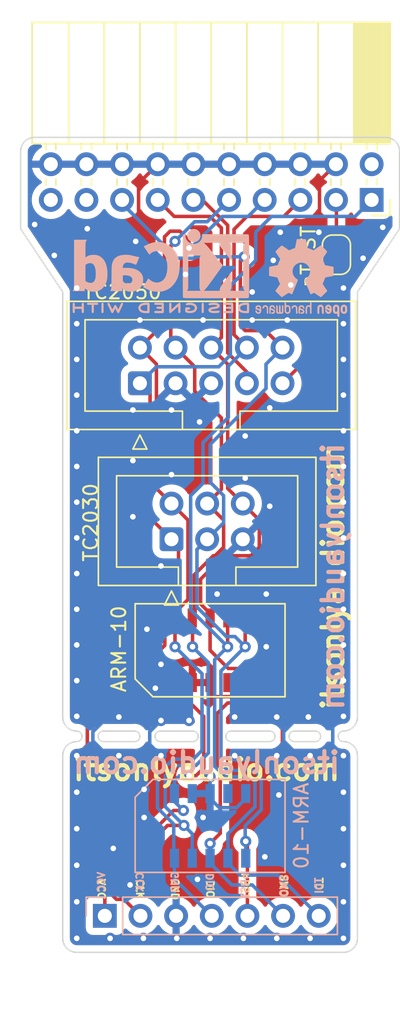
<source format=kicad_pcb>
(kicad_pcb (version 20201002) (generator pcbnew)
  (layers (0 "F.Cu" signal) (31 "B.Cu" signal) (34 "B.Paste" user) (35 "F.Paste" user) (36 "B.SilkS" user "B.Silkscreen") (37 "F.SilkS" user "F.Silkscreen") (38 "B.Mask" user) (39 "F.Mask" user) (44 "Edge.Cuts" user))
  (net 0 "")
  (net 1 "/nRESET")
  (net 2 "Net-(J1-Pad9)")
  (net 3 "/TDI")
  (net 4 "/RTCK")
  (net 5 "/SWO-TDO")
  (net 6 "/SWCLK-TCLK")
  (net 7 "/SWDIO-TMS")
  (net 8 "GND")
  (net 9 "Net-(J2-Pad19)")
  (net 10 "/VCC")
  (net 11 "Net-(J3-Pad7)")
  (net 12 "Net-(J2-Pad17)")
  (net 13 "/nTRST")
  (net 14 "Net-(J2-Pad2)")
  (net 15 "Net-(J4-Pad7)")
  (module "Connector_PinSocket_2.54mm:PinSocket_2x10_P2.54mm_Horizontal" (layer "F.Cu") (at 189.92 70.59 -90)
    (fp_text reference "J2" hide)
    (fp_text value "Conn_02x10_Odd_Even")
    (pad "1" thru_hole rect (at 0 0 270) (size 1.7 1.7) (drill 1) (layers *.Cu *.Mask) (net 10 "/VCC"))
    (pad "2" thru_hole oval (at -2.54 0 270) (size 1.7 1.7) (drill 1) (layers *.Cu *.Mask) (net 14 "Net-(J2-Pad2)"))
    (pad "3" thru_hole oval (at 0 2.54 270) (size 1.7 1.7) (drill 1) (layers *.Cu *.Mask) (net 13 "/nTRST"))
    (pad "4" thru_hole oval (at -2.54 2.54 270) (size 1.7 1.7) (drill 1) (layers *.Cu *.Mask) (net 8 "GND"))
    (pad "5" thru_hole oval (at 0 5.08 270) (size 1.7 1.7) (drill 1) (layers *.Cu *.Mask) (net 3 "/TDI"))
    (pad "6" thru_hole oval (at -2.54 5.08 270) (size 1.7 1.7) (drill 1) (layers *.Cu *.Mask) (net 8 "GND"))
    (pad "7" thru_hole oval (at 0 7.62 270) (size 1.7 1.7) (drill 1) (layers *.Cu *.Mask) (net 7 "/SWDIO-TMS"))
    (pad "8" thru_hole oval (at -2.54 7.62 270) (size 1.7 1.7) (drill 1) (layers *.Cu *.Mask) (net 8 "GND"))
    (pad "9" thru_hole oval (at 0 10.16 270) (size 1.7 1.7) (drill 1) (layers *.Cu *.Mask) (net 6 "/SWCLK-TCLK"))
    (pad "10" thru_hole oval (at -2.54 10.16 270) (size 1.7 1.7) (drill 1) (layers *.Cu *.Mask) (net 8 "GND"))
    (pad "11" thru_hole oval (at 0 12.7 270) (size 1.7 1.7) (drill 1) (layers *.Cu *.Mask) (net 4 "/RTCK"))
    (pad "12" thru_hole oval (at -2.54 12.7 270) (size 1.7 1.7) (drill 1) (layers *.Cu *.Mask) (net 8 "GND"))
    (pad "13" thru_hole oval (at 0 15.24 270) (size 1.7 1.7) (drill 1) (layers *.Cu *.Mask) (net 5 "/SWO-TDO"))
    (pad "14" thru_hole oval (at -2.54 15.24 270) (size 1.7 1.7) (drill 1) (layers *.Cu *.Mask) (net 8 "GND"))
    (pad "15" thru_hole oval (at 0 17.78 270) (size 1.7 1.7) (drill 1) (layers *.Cu *.Mask) (net 1 "/nRESET"))
    (pad "16" thru_hole oval (at -2.54 17.78 270) (size 1.7 1.7) (drill 1) (layers *.Cu *.Mask) (net 8 "GND"))
    (pad "17" thru_hole oval (at 0 20.32 270) (size 1.7 1.7) (drill 1) (layers *.Cu *.Mask) (net 12 "Net-(J2-Pad17)"))
    (pad "18" thru_hole oval (at -2.54 20.32 270) (size 1.7 1.7) (drill 1) (layers *.Cu *.Mask) (net 8 "GND"))
    (pad "19" thru_hole oval (at 0 22.86 270) (size 1.7 1.7) (drill 1) (layers *.Cu *.Mask) (net 9 "Net-(J2-Pad19)"))
    (pad "20" thru_hole oval (at -2.54 22.86 270) (size 1.7 1.7) (drill 1) (layers *.Cu *.Mask) (net 8 "GND"))
  )
  (module "Jumper:SolderJumper-2_P1.3mm_Open_RoundedPad1.0x1.5mm" (layer "F.Cu") (at 187.41 74.49 -90)
    (fp_text reference "JP2" hide)
    (fp_text value "SolderJumper_2_Open")
    (pad "1" smd custom (at -0.65 0 270) (size 1 0.5) (layers "F.Cu" "F.Mask") (net 13 "/nTRST") (options (clearance outline) (anchor rect)) (primitives (gr_circle (center 0 0.25) (end 0.5 0.25) (width 0)) (gr_circle (center 0 -0.25) (end 0.5 -0.25) (width 0)) (gr_poly (pts (xy 0 -0.75) (xy 0.5 -0.75) (xy 0.5 0.75) (xy 0 0.75)) (width 0))))
    (pad "2" smd custom (at 0.65 0 270) (size 1 0.5) (layers "F.Cu" "F.Mask") (net 2 "Net-(J1-Pad9)") (options (clearance outline) (anchor rect)) (primitives (gr_circle (center 0 0.25) (end 0.5 0.25) (width 0)) (gr_circle (center 0 -0.25) (end 0.5 -0.25) (width 0)) (gr_poly (pts (xy 0 -0.75) (xy -0.5 -0.75) (xy -0.5 0.75) (xy 0 0.75)) (width 0))))
  )
  (module "Connector_IDC:IDC-Header_2x05_P2.54mm_Vertical" (layer "F.Cu") (at 173.41 83.64 90)
    (fp_text reference "J1" hide)
    (fp_text value "Conn_02x05_Odd_Even")
    (pad "1" thru_hole roundrect (at 0 0 90) (size 1.7 1.7) (drill 1) (layers *.Cu *.Mask) (roundrect_rratio 0.1470588235294118) (net 10 "/VCC"))
    (pad "2" thru_hole circle (at 2.54 0 90) (size 1.7 1.7) (drill 1) (layers *.Cu *.Mask) (net 7 "/SWDIO-TMS"))
    (pad "3" thru_hole circle (at 0 2.54 90) (size 1.7 1.7) (drill 1) (layers *.Cu *.Mask) (net 8 "GND"))
    (pad "4" thru_hole circle (at 2.54 2.54 90) (size 1.7 1.7) (drill 1) (layers *.Cu *.Mask) (net 6 "/SWCLK-TCLK"))
    (pad "5" thru_hole circle (at 0 5.08 90) (size 1.7 1.7) (drill 1) (layers *.Cu *.Mask) (net 8 "GND"))
    (pad "6" thru_hole circle (at 2.54 5.08 90) (size 1.7 1.7) (drill 1) (layers *.Cu *.Mask) (net 5 "/SWO-TDO"))
    (pad "7" thru_hole circle (at 0 7.62 90) (size 1.7 1.7) (drill 1) (layers *.Cu *.Mask) (net 4 "/RTCK"))
    (pad "8" thru_hole circle (at 2.54 7.62 90) (size 1.7 1.7) (drill 1) (layers *.Cu *.Mask) (net 3 "/TDI"))
    (pad "9" thru_hole circle (at 0 10.16 90) (size 1.7 1.7) (drill 1) (layers *.Cu *.Mask) (net 2 "Net-(J1-Pad9)"))
    (pad "10" thru_hole circle (at 2.54 10.16 90) (size 1.7 1.7) (drill 1) (layers *.Cu *.Mask) (net 1 "/nRESET"))
  )
  (module "tc2050-arm2010:Samtec_MECF-05-02-NP-L-DV_2x05_P1.27mm_Socket_Horizontal" (layer "F.Cu") (at 178.41 102.64)
    (fp_text reference "J3" hide)
    (fp_text value "Conn_ARM_JTAG_SWD_10")
    (pad "1" smd rect (at -2.54 2.3) (size 0.66 1.35) (layers "F.Cu" "F.Paste" "F.Mask") (net 10 "/VCC"))
    (pad "2" smd rect (at -2.54 -2.3) (size 0.66 1.35) (layers "F.Cu" "F.Paste" "F.Mask") (net 7 "/SWDIO-TMS"))
    (pad "3" smd rect (at -1.27 2.3) (size 0.66 1.35) (layers "F.Cu" "F.Paste" "F.Mask") (net 8 "GND"))
    (pad "4" smd rect (at -1.27 -2.3) (size 0.66 1.35) (layers "F.Cu" "F.Paste" "F.Mask") (net 6 "/SWCLK-TCLK"))
    (pad "5" smd rect (at 0 2.3) (size 0.66 1.35) (layers "F.Cu" "F.Paste" "F.Mask") (net 8 "GND"))
    (pad "6" smd rect (at 0 -2.3) (size 0.66 1.35) (layers "F.Cu" "F.Paste" "F.Mask") (net 5 "/SWO-TDO"))
    (pad "7" smd rect (at 1.27 2.3) (size 0.66 1.35) (layers "F.Cu" "F.Paste" "F.Mask") (net 11 "Net-(J3-Pad7)"))
    (pad "8" smd rect (at 1.27 -2.3) (size 0.66 1.35) (layers "F.Cu" "F.Paste" "F.Mask") (net 3 "/TDI"))
    (pad "9" smd rect (at 2.54 2.3) (size 0.66 1.35) (layers "F.Cu" "F.Paste" "F.Mask") (net 8 "GND"))
    (pad "10" smd rect (at 2.54 -2.3) (size 0.66 1.35) (layers "F.Cu" "F.Paste" "F.Mask") (net 1 "/nRESET"))
  )
  (module "Connector_IDC:IDC-Header_2x03_P2.54mm_Vertical" (layer "F.Cu") (at 175.66 94.74 90)
    (fp_text reference "J5" hide)
    (fp_text value "Conn_02x03_Odd_Even")
    (pad "1" thru_hole roundrect (at 0 0 90) (size 1.7 1.7) (drill 1) (layers *.Cu *.Mask) (roundrect_rratio 0.1470588235294118) (net 10 "/VCC"))
    (pad "2" thru_hole circle (at 2.54 0 90) (size 1.7 1.7) (drill 1) (layers *.Cu *.Mask) (net 7 "/SWDIO-TMS"))
    (pad "3" thru_hole circle (at 0 2.54 90) (size 1.7 1.7) (drill 1) (layers *.Cu *.Mask) (net 1 "/nRESET"))
    (pad "4" thru_hole circle (at 2.54 2.54 90) (size 1.7 1.7) (drill 1) (layers *.Cu *.Mask) (net 6 "/SWCLK-TCLK"))
    (pad "5" thru_hole circle (at 0 5.08 90) (size 1.7 1.7) (drill 1) (layers *.Cu *.Mask) (net 8 "GND"))
    (pad "6" thru_hole circle (at 2.54 5.08 90) (size 1.7 1.7) (drill 1) (layers *.Cu *.Mask) (net 5 "/SWO-TDO"))
  )
  (module "Symbol:KiCad-Logo2_5mm_SilkScreen" (layer "B.Cu") (at 174.91 75.64 180)
    (fp_text reference "N1" hide)
    (fp_text value "Housing" hide)
  )
  (module "tc2050-arm2010:Samtec_MECF-05-02-NP-L-DV_2x05_P1.27mm_Socket_Horizontal" (layer "B.Cu") (at 178.41 115.14)
    (fp_text reference "J4" hide)
    (fp_text value "Conn_ARM_JTAG_SWD_10")
    (pad "1" smd rect (at -2.54 -2.3) (size 0.66 1.35) (layers "B.Cu" "B.Paste" "B.Mask") (net 10 "/VCC"))
    (pad "2" smd rect (at -2.54 2.3) (size 0.66 1.35) (layers "B.Cu" "B.Paste" "B.Mask") (net 7 "/SWDIO-TMS"))
    (pad "3" smd rect (at -1.27 -2.3) (size 0.66 1.35) (layers "B.Cu" "B.Paste" "B.Mask") (net 8 "GND"))
    (pad "4" smd rect (at -1.27 2.3) (size 0.66 1.35) (layers "B.Cu" "B.Paste" "B.Mask") (net 6 "/SWCLK-TCLK"))
    (pad "5" smd rect (at 0 -2.3) (size 0.66 1.35) (layers "B.Cu" "B.Paste" "B.Mask") (net 8 "GND"))
    (pad "6" smd rect (at 0 2.3) (size 0.66 1.35) (layers "B.Cu" "B.Paste" "B.Mask") (net 5 "/SWO-TDO"))
    (pad "7" smd rect (at 1.27 -2.3) (size 0.66 1.35) (layers "B.Cu" "B.Paste" "B.Mask") (net 15 "Net-(J4-Pad7)"))
    (pad "8" smd rect (at 1.27 2.3) (size 0.66 1.35) (layers "B.Cu" "B.Paste" "B.Mask") (net 3 "/TDI"))
    (pad "9" smd rect (at 2.54 -2.3) (size 0.66 1.35) (layers "B.Cu" "B.Paste" "B.Mask") (net 8 "GND"))
    (pad "10" smd rect (at 2.54 2.3) (size 0.66 1.35) (layers "B.Cu" "B.Paste" "B.Mask") (net 1 "/nRESET"))
  )
  (module "Connector_PinHeader_2.54mm:PinHeader_1x07_P2.54mm_Vertical" (layer "B.Cu") (at 170.91 121.54 -90)
    (fp_text reference "J6" hide)
    (fp_text value "Conn_01x07_Female")
    (pad "1" thru_hole rect (at 0 0 270) (size 1.7 1.7) (drill 1) (layers *.Cu *.Mask) (net 10 "/VCC"))
    (pad "2" thru_hole oval (at 0 -2.54 270) (size 1.7 1.7) (drill 1) (layers *.Cu *.Mask) (net 6 "/SWCLK-TCLK"))
    (pad "3" thru_hole oval (at 0 -5.08 270) (size 1.7 1.7) (drill 1) (layers *.Cu *.Mask) (net 8 "GND"))
    (pad "4" thru_hole oval (at 0 -7.62 270) (size 1.7 1.7) (drill 1) (layers *.Cu *.Mask) (net 7 "/SWDIO-TMS"))
    (pad "5" thru_hole oval (at 0 -10.16 270) (size 1.7 1.7) (drill 1) (layers *.Cu *.Mask) (net 1 "/nRESET"))
    (pad "6" thru_hole oval (at 0 -12.7 270) (size 1.7 1.7) (drill 1) (layers *.Cu *.Mask) (net 5 "/SWO-TDO"))
    (pad "7" thru_hole oval (at 0 -15.24 270) (size 1.7 1.7) (drill 1) (layers *.Cu *.Mask) (net 3 "/TDI"))
  )
  (module "Symbol:OSHW-Logo2_7.3x6mm_SilkScreen" (layer "B.Cu") (at 184.91 76.14 180)
    (fp_text reference "LOGO1" hide)
    (fp_text value "Logo_Open_Hardware_Small" hide)
  )
  (gr_line (start 187.91 124.14) (end 168.91 124.14) (layer "Edge.Cuts") (width 0.1))
  (gr_line (start 167.91 77.14) (end 167.91 107.39) (layer "Edge.Cuts") (width 0.1))
  (gr_arc (start 168.911871 108.765) (end 168.91 108.39) (angle 180.5717307) (layer "Edge.Cuts") (width 0.1))
  (gr_arc (start 177.183483 108.765) (end 177.16 108.39) (angle 187.1665183) (layer "Edge.Cuts") (width 0.1))
  (gr_line (start 167.91 110.14) (end 167.91 123.14) (layer "Edge.Cuts") (width 0.1))
  (gr_arc (start 173.031276 108.765) (end 173.01 108.39) (angle 186.4945041) (layer "Edge.Cuts") (width 0.1))
  (gr_line (start 164.91 67.14) (end 164.91 72.64) (layer "Edge.Cuts") (width 0.1))
  (gr_arc (start 174.86 108.765002) (end 174.861876 109.14) (angle 180) (layer "Edge.Cuts") (width 0.1))
  (gr_line (start 184.41 108.39) (end 185.911878 108.39) (layer "Edge.Cuts") (width 0.1))
  (gr_line (start 188.91 107.39) (end 188.91 77.14) (layer "Edge.Cuts") (width 0.1))
  (gr_arc (start 168.91 110.14) (end 167.91 110.14) (angle 90) (layer "Edge.Cuts") (width 0.1))
  (gr_arc (start 182.658117 108.765) (end 182.66 108.39) (angle 179.4246024) (layer "Edge.Cuts") (width 0.1))
  (gr_line (start 190.91 66.14) (end 165.91 66.14) (layer "Edge.Cuts") (width 0.1))
  (gr_line (start 170.81 108.39) (end 173.006248 108.390002) (layer "Edge.Cuts") (width 0.1))
  (gr_line (start 174.86 108.39) (end 177.158124 108.390002) (layer "Edge.Cuts") (width 0.1))
  (gr_line (start 184.411883 109.14) (end 185.91 109.139998) (layer "Edge.Cuts") (width 0.1))
  (gr_arc (start 179.906244 108.764993) (end 179.908124 109.140002) (angle 180.8610996) (layer "Edge.Cuts") (width 0.1))
  (gr_arc (start 187.91 123.14) (end 188.91 123.14) (angle 90) (layer "Edge.Cuts") (width 0.1))
  (gr_arc (start 187.91 107.39) (end 187.91 108.39) (angle -90) (layer "Edge.Cuts") (width 0.1))
  (gr_line (start 191.91 72.64) (end 188.91 77.14) (layer "Edge.Cuts") (width 0.1))
  (gr_line (start 179.908124 108.390002) (end 182.656248 108.390004) (layer "Edge.Cuts") (width 0.1))
  (gr_arc (start 165.91 67.14) (end 164.91 67.14) (angle 90) (layer "Edge.Cuts") (width 0.1))
  (gr_line (start 179.908124 109.140002) (end 182.656248 109.140004) (layer "Edge.Cuts") (width 0.1))
  (gr_arc (start 185.91 108.765) (end 185.911878 108.39) (angle 179.4261303) (layer "Edge.Cuts") (width 0.1))
  (gr_arc (start 170.810027 108.765439) (end 170.835712 109.14) (angle 183.9187168) (layer "Edge.Cuts") (width 0.1))
  (gr_arc (start 184.41 108.765) (end 184.411883 109.14) (angle 180.5753976) (layer "Edge.Cuts") (width 0.1))
  (gr_line (start 174.861876 109.14) (end 177.158124 109.140002) (layer "Edge.Cuts") (width 0.1))
  (gr_line (start 191.91 67.14) (end 191.91 72.64) (layer "Edge.Cuts") (width 0.1))
  (gr_arc (start 190.91 67.14) (end 190.91 66.14) (angle 90) (layer "Edge.Cuts") (width 0.1))
  (gr_arc (start 187.91 110.14) (end 188.91 110.14) (angle -90) (layer "Edge.Cuts") (width 0.1))
  (gr_arc (start 168.91 123.14) (end 168.91 124.14) (angle 90) (layer "Edge.Cuts") (width 0.1))
  (gr_line (start 188.91 110.14) (end 188.91 123.14) (layer "Edge.Cuts") (width 0.1))
  (gr_line (start 170.835712 109.14) (end 173.008124 109.139998) (layer "Edge.Cuts") (width 0.1))
  (gr_arc (start 168.91 107.39) (end 168.91 108.39) (angle 90) (layer "Edge.Cuts") (width 0.1))
  (gr_line (start 164.91 72.64) (end 167.91 77.14) (layer "Edge.Cuts") (width 0.1))
  (gr_arc (start 187.911871 108.765) (end 187.91 109.14) (angle 179.4282693) (layer "Edge.Cuts") (width 0.1))
  (gr_text "ARM-10" (at 184.91 115.14 90) (layer "B.SilkS") (effects (font (size 1 1)) (justify mirror)))
  (gr_text "TDI" (at 186.16 119.39 90) (layer "B.SilkS") (effects (font (size 0.5 0.5) (thickness 0.125)) (justify mirror)))
  (gr_text "CLK" (at 173.41 119.14 90) (layer "B.SilkS") (effects (font (size 0.5 0.5) (thickness 0.125)) (justify mirror)))
  (gr_text "VCC" (at 170.66 119.14 90) (layer "B.SilkS") (effects (font (size 0.5 0.5) (thickness 0.125)) (justify mirror)))
  (gr_text "GND" (at 175.91 119.14 90) (layer "B.SilkS") (effects (font (size 0.5 0.5) (thickness 0.125)) (justify mirror)))
  (gr_text "itsonlyaudio.com" (at 187.16 97.39 90) (layer "B.SilkS") (effects (font (size 1.5 1.5) (thickness 0.3)) (justify mirror)))
  (gr_text "nRST" (at 180.91 119.39 90) (layer "B.SilkS") (effects (font (size 0.5 0.5) (thickness 0.125)) (justify mirror)))
  (gr_text "DIO" (at 178.41 119.14 90) (layer "B.SilkS") (effects (font (size 0.5 0.5) (thickness 0.125)) (justify mirror)))
  (gr_text "SWO" (at 183.66 119.39 90) (layer "B.SilkS") (effects (font (size 0.5 0.5) (thickness 0.125)) (justify mirror)))
  (gr_text "itsonlyaudio.com" (at 178.16 110.64) (layer "B.SilkS") (effects (font (size 1.5 1.5) (thickness 0.3)) (justify mirror)))
  (gr_text "GND" (at 175.91 119.64 270) (layer "F.SilkS") (effects (font (size 0.5 0.5) (thickness 0.125))))
  (gr_text "itsonlyaudio.com" (at 178.16 111.14) (layer "F.SilkS") (effects (font (size 1.5 1.5) (thickness 0.3))))
  (gr_text "TC2050" (at 172.16 77.14) (layer "F.SilkS") (effects (font (size 1 1))))
  (gr_text "ARM-10" (at 171.91 102.54 90) (layer "F.SilkS") (effects (font (size 1 1))))
  (gr_text "VCC" (at 170.66 119.640001 270) (layer "F.SilkS") (effects (font (size 0.5 0.5) (thickness 0.125))))
  (gr_text "CLK" (at 173.41 119.64 270) (layer "F.SilkS") (effects (font (size 0.5 0.5) (thickness 0.125))))
  (gr_text "SWO" (at 183.66 119.390001 270) (layer "F.SilkS") (effects (font (size 0.5 0.5) (thickness 0.125))))
  (gr_text "TC2030" (at 169.91 93.54 90) (layer "F.SilkS") (effects (font (size 1 1))))
  (gr_text "TDI" (at 186.16 119.39 270) (layer "F.SilkS") (effects (font (size 0.5 0.5) (thickness 0.125))))
  (gr_text "DIO" (at 178.41 119.640001 270) (layer "F.SilkS") (effects (font (size 0.5 0.5) (thickness 0.125))))
  (gr_text "itsonlyaudio.com" (at 187.16 97.39 90) (layer "F.SilkS") (effects (font (size 1.5 1.5) (thickness 0.3))))
  (gr_text "nTRST" (at 185.41 74.64 90) (layer "F.SilkS") (effects (font (size 1 1))))
  (gr_text "nRST" (at 180.91 119.39 270) (layer "F.SilkS") (effects (font (size 0.5 0.5) (thickness 0.125))))
  (segment (start 181.07 121.54) (end 181.07 116.357001) (width 0.25) (layer "F.Cu") (net 1))
  (segment (start 180.91 100.38) (end 180.95 100.34) (width 0.25) (layer "F.Cu") (net 1))
  (segment (start 182.36 79.89) (end 180.91 79.89) (width 0.25) (layer "F.Cu") (net 1))
  (segment (start 180.565021 79.545021) (end 180.565021 74.91499) (width 0.25) (layer "F.Cu") (net 1))
  (segment (start 180.91 79.89) (end 180.565021 79.545021) (width 0.25) (layer "F.Cu") (net 1))
  (segment (start 180.95 121.27) (end 181.07 121.39) (width 0.25) (layer "F.Cu") (net 1))
  (segment (start 180.91 102.39) (end 180.91 100.38) (width 0.25) (layer "F.Cu") (net 1))
  (segment (start 181.07 116.357001) (end 180.95 116.237001) (width 0.25) (layer "F.Cu") (net 1))
  (segment (start 183.57 81.1) (end 182.36 79.89) (width 0.25) (layer "F.Cu") (net 1))
  (segment (start 180.565021 74.91499) (end 180.840011 74.64) (width 0.25) (layer "F.Cu") (net 1))
  (via (at 180.91 102.39) (size 0.8) (drill 0.4) (layers "F.Cu" "B.Cu") (net 1))
  (via (at 180.840011 74.64) (size 0.8) (drill 0.4) (layers "F.Cu" "B.Cu") (net 1))
  (via (at 180.95 116.237001) (size 0.8) (drill 0.4) (layers "F.Cu" "B.Cu") (net 1))
  (segment (start 177.258001 74.740001) (end 176.036999 74.740001) (width 0.25) (layer "B.Cu") (net 1))
  (segment (start 172.14 70.843002) (end 172.14 70.59) (width 0.25) (layer "B.Cu") (net 1))
  (segment (start 177.475009 99.568599) (end 179.571409 101.664999) (width 0.25) (layer "B.Cu") (net 1))
  (segment (start 180.91 116.197001) (end 180.91 115.131991) (width 0.25) (layer "B.Cu") (net 1))
  (segment (start 180.95 117.44) (end 180.95 116.237001) (width 0.25) (layer "B.Cu") (net 1))
  (segment (start 182.05501 113.986981) (end 182.05501 111.718598) (width 0.25) (layer "B.Cu") (net 1))
  (segment (start 179.571409 101.664999) (end 180.184999 101.664999) (width 0.25) (layer "B.Cu") (net 1))
  (segment (start 179.185031 110.705619) (end 179.185031 104.114969) (width 0.25) (layer "B.Cu") (net 1))
  (segment (start 179.669402 111.18999) (end 179.185031 110.705619) (width 0.25) (layer "B.Cu") (net 1))
  (segment (start 178.41 87.999002) (end 182.394999 84.014003) (width 0.25) (layer "B.Cu") (net 1))
  (segment (start 179.185031 104.114969) (end 180.91 102.39) (width 0.25) (layer "B.Cu") (net 1))
  (segment (start 177.475009 95.464991) (end 177.475009 99.568599) (width 0.25) (layer "B.Cu") (net 1))
  (segment (start 178.2 94.74) (end 179.375001 93.564999) (width 0.25) (layer "B.Cu") (net 1))
  (segment (start 182.394999 84.014003) (end 182.394999 82.275001) (width 0.25) (layer "B.Cu") (net 1))
  (segment (start 181.526402 111.18999) (end 179.669402 111.18999) (width 0.25) (layer "B.Cu") (net 1))
  (segment (start 180.840011 74.64) (end 177.358002 74.64) (width 0.25) (layer "B.Cu") (net 1))
  (segment (start 176.036998 74.74) (end 172.14 70.843002) (width 0.25) (layer "B.Cu") (net 1))
  (segment (start 180.95 116.237001) (end 180.91 116.197001) (width 0.25) (layer "B.Cu") (net 1))
  (segment (start 177.358002 74.64) (end 177.258001 74.740001) (width 0.25) (layer "B.Cu") (net 1))
  (segment (start 178.2 94.74) (end 177.475009 95.464991) (width 0.25) (layer "B.Cu") (net 1))
  (segment (start 179.375001 91.635999) (end 178.41 90.670998) (width 0.25) (layer "B.Cu") (net 1))
  (segment (start 180.91 115.131991) (end 182.05501 113.986981) (width 0.25) (layer "B.Cu") (net 1))
  (segment (start 182.394999 82.275001) (end 183.57 81.1) (width 0.25) (layer "B.Cu") (net 1))
  (segment (start 180.184999 101.664999) (end 180.91 102.39) (width 0.25) (layer "B.Cu") (net 1))
  (segment (start 176.036999 74.740001) (end 172.14 70.843002) (width 0.25) (layer "B.Cu") (net 1))
  (segment (start 178.41 90.670998) (end 178.41 87.999002) (width 0.25) (layer "B.Cu") (net 1))
  (segment (start 179.375001 93.564999) (end 179.375001 91.635999) (width 0.25) (layer "B.Cu") (net 1))
  (segment (start 182.05501 111.718598) (end 181.526402 111.18999) (width 0.25) (layer "B.Cu") (net 1))
  (segment (start 183.57 83.64) (end 185.11 82.1) (width 0.25) (layer "F.Cu") (net 2))
  (segment (start 185.11 77.44) (end 187.41 75.14) (width 0.25) (layer "F.Cu") (net 2))
  (segment (start 185.11 82.1) (end 185.11 77.44) (width 0.25) (layer "F.Cu") (net 2))
  (segment (start 183.57 83.64) (end 183.57 83.68) (width 0.25) (layer "B.Cu") (net 2))
  (segment (start 179.66 100.36) (end 179.68 100.34) (width 0.25) (layer "F.Cu") (net 3))
  (segment (start 183.664999 71.765001) (end 184.84 70.59) (width 0.25) (layer "F.Cu") (net 3))
  (segment (start 181.03 81.1) (end 180.115011 80.185011) (width 0.25) (layer "F.Cu") (net 3))
  (segment (start 179.66 102.39) (end 179.66 100.36) (width 0.25) (layer "F.Cu") (net 3))
  (segment (start 181.034999 71.765001) (end 183.664999 71.765001) (width 0.25) (layer "F.Cu") (net 3))
  (segment (start 180.115011 72.684989) (end 181.034999 71.765001) (width 0.25) (layer "F.Cu") (net 3))
  (segment (start 180.115011 80.185011) (end 180.115011 72.684989) (width 0.25) (layer "F.Cu") (net 3))
  (via (at 179.66 102.39) (size 0.8) (drill 0.4) (layers "F.Cu" "B.Cu") (net 3))
  (segment (start 179.483002 111.64) (end 178.735021 110.892019) (width 0.25) (layer "B.Cu") (net 3))
  (segment (start 180.535 118.64) (end 183.25 118.64) (width 0.25) (layer "B.Cu") (net 3))
  (segment (start 178.735021 110.892019) (end 178.735021 103.314979) (width 0.25) (layer "B.Cu") (net 3))
  (segment (start 179.71 86.062592) (end 179.71 82.42) (width 0.25) (layer "B.Cu") (net 3))
  (segment (start 183.25 118.64) (end 186.15 121.54) (width 0.25) (layer "B.Cu") (net 3))
  (segment (start 181.605001 113.775001) (end 181.605001 111.904999) (width 0.25) (layer "B.Cu") (net 3))
  (segment (start 181.605001 111.904999) (end 181.340002 111.64) (width 0.25) (layer "B.Cu") (net 3))
  (segment (start 177.024999 91.635999) (end 177.91 90.750998) (width 0.25) (layer "B.Cu") (net 3))
  (segment (start 177.91 90.750998) (end 177.91 87.862592) (width 0.25) (layer "B.Cu") (net 3))
  (segment (start 179.66 102.39) (end 177.024999 99.754999) (width 0.25) (layer "B.Cu") (net 3))
  (segment (start 179.71 82.42) (end 181.03 81.1) (width 0.25) (layer "B.Cu") (net 3))
  (segment (start 178.735021 103.314979) (end 179.66 102.39) (width 0.25) (layer "B.Cu") (net 3))
  (segment (start 179.68 117.785) (end 180.535 118.64) (width 0.25) (layer "B.Cu") (net 3))
  (segment (start 177.91 87.862592) (end 179.71 86.062592) (width 0.25) (layer "B.Cu") (net 3))
  (segment (start 179.68 117.44) (end 179.68 115.700002) (width 0.25) (layer "B.Cu") (net 3))
  (segment (start 179.68 117.44) (end 179.68 117.785) (width 0.25) (layer "B.Cu") (net 3))
  (segment (start 179.68 115.700002) (end 181.605001 113.775001) (width 0.25) (layer "B.Cu") (net 3))
  (segment (start 177.024999 99.754999) (end 177.024999 91.635999) (width 0.25) (layer "B.Cu") (net 3))
  (segment (start 181.340002 111.64) (end 179.483002 111.64) (width 0.25) (layer "B.Cu") (net 3))
  (segment (start 181.03 82.839002) (end 179.665001 81.474003) (width 0.25) (layer "F.Cu") (net 4))
  (segment (start 181.03 83.64) (end 181.03 82.839002) (width 0.25) (layer "F.Cu") (net 4))
  (segment (start 179.665001 72.395001) (end 177.86 70.59) (width 0.25) (layer "F.Cu") (net 4))
  (segment (start 177.86 70.59) (end 177.22 70.59) (width 0.25) (layer "F.Cu") (net 4))
  (segment (start 179.665001 81.474003) (end 179.665001 72.395001) (width 0.25) (layer "F.Cu") (net 4))
  (segment (start 178.49 81.1) (end 179.214991 80.375009) (width 0.25) (layer "F.Cu") (net 5))
  (segment (start 181.540001 103.939999) (end 181.605001 104.004999) (width 0.25) (layer "F.Cu") (net 5))
  (segment (start 181.089991 106.390011) (end 179.659989 106.390011) (width 0.25) (layer "F.Cu") (net 5))
  (segment (start 178.41 100.34) (end 178.41 102.64) (width 0.25) (layer "F.Cu") (net 5))
  (segment (start 179.400411 95.915001) (end 181.304001 95.915001) (width 0.25) (layer "F.Cu") (net 5))
  (segment (start 179.135001 111.291999) (end 179.135001 115.664999) (width 0.25) (layer "F.Cu") (net 5))
  (segment (start 181.304001 95.915001) (end 181.915001 95.304001) (width 0.25) (layer "F.Cu") (net 5))
  (segment (start 181.915001 95.304001) (end 181.915001 93.375001) (width 0.25) (layer "F.Cu") (net 5))
  (segment (start 178.41 102.64) (end 179.709999 103.939999) (width 0.25) (layer "F.Cu") (net 5))
  (segment (start 175.855001 71.765001) (end 174.68 70.59) (width 0.25) (layer "F.Cu") (net 5))
  (segment (start 179.214991 72.581401) (end 178.398591 71.765001) (width 0.25) (layer "F.Cu") (net 5))
  (segment (start 177.73503 97.580382) (end 179.400411 95.915001) (width 0.25) (layer "F.Cu") (net 5))
  (segment (start 179.709999 103.939999) (end 181.540001 103.939999) (width 0.25) (layer "F.Cu") (net 5))
  (segment (start 178.41 100.019998) (end 177.73503 99.345028) (width 0.25) (layer "F.Cu") (net 5))
  (segment (start 179.135001 115.664999) (end 178.41 116.39) (width 0.25) (layer "F.Cu") (net 5))
  (segment (start 177.73503 99.345028) (end 177.73503 97.580382) (width 0.25) (layer "F.Cu") (net 5))
  (segment (start 181.915001 93.375001) (end 180.74 92.2) (width 0.25) (layer "F.Cu") (net 5))
  (segment (start 178.41 100.34) (end 178.41 100.019998) (width 0.25) (layer "F.Cu") (net 5))
  (segment (start 178.398591 71.765001) (end 175.855001 71.765001) (width 0.25) (layer "F.Cu") (net 5))
  (segment (start 179.665001 91.125001) (end 179.665001 82.275001) (width 0.25) (layer "F.Cu") (net 5))
  (segment (start 181.605001 104.004999) (end 181.605001 105.875001) (width 0.25) (layer "F.Cu") (net 5))
  (segment (start 181.605001 105.875001) (end 181.089991 106.390011) (width 0.25) (layer "F.Cu") (net 5))
  (segment (start 179.659989 106.390011) (end 178.91 107.14) (width 0.25) (layer "F.Cu") (net 5))
  (segment (start 179.665001 82.275001) (end 178.49 81.1) (width 0.25) (layer "F.Cu") (net 5))
  (segment (start 178.91 107.14) (end 178.91 111.066998) (width 0.25) (layer "F.Cu") (net 5))
  (segment (start 180.74 92.2) (end 179.665001 91.125001) (width 0.25) (layer "F.Cu") (net 5))
  (segment (start 179.214991 80.375009) (end 179.214991 72.581401) (width 0.25) (layer "F.Cu") (net 5))
  (segment (start 178.91 111.066998) (end 179.135001 111.291999) (width 0.25) (layer "F.Cu") (net 5))
  (via (at 178.41 116.39) (size 0.8) (drill 0.4) (layers "F.Cu" "B.Cu") (net 5))
  (segment (start 178.41 117.44) (end 178.41 117.785) (width 0.25) (layer "B.Cu") (net 5))
  (segment (start 178.41 117.785) (end 179.965 119.34) (width 0.25) (layer "B.Cu") (net 5))
  (segment (start 178.41 116.39) (end 178.41 117.44) (width 0.25) (layer "B.Cu") (net 5))
  (segment (start 179.965 119.34) (end 181.41 119.34) (width 0.25) (layer "B.Cu") (net 5))
  (segment (start 181.41 119.34) (end 183.61 121.54) (width 0.25) (layer "B.Cu") (net 5))
  (segment (start 177.16 100.36) (end 177.14 100.34) (width 0.25) (layer "F.Cu") (net 6))
  (segment (start 175.95 81.1) (end 175.61001 80.76001) (width 0.25) (layer "F.Cu") (net 6))
  (segment (start 178.764001 95.915001) (end 179.375001 95.304001) (width 0.25) (layer "F.Cu") (net 6))
  (segment (start 176.544999 115.105001) (end 175.381409 115.105001) (width 0.25) (layer "F.Cu") (net 6))
  (segment (start 177.14 100.34) (end 177.28502 100.19498) (width 0.25) (layer "F.Cu") (net 6))
  (segment (start 178.634999 95.915001) (end 178.764001 95.915001) (width 0.25) (layer "F.Cu") (net 6))
  (segment (start 174.928205 115.558205) (end 171.36001 119.1264) (width 0.25) (layer "F.Cu") (net 6))
  (segment (start 171.36001 119.99001) (end 171.73499 120.36499) (width 0.25) (layer "F.Cu") (net 6))
  (segment (start 175.61001 73.83999) (end 175.91 73.54) (width 0.25) (layer "F.Cu") (net 6))
  (segment (start 171.36001 119.1264) (end 171.36001 119.99001) (width 0.25) (layer "F.Cu") (net 6))
  (segment (start 177.314999 82.464999) (end 175.95 81.1) (width 0.25) (layer "F.Cu") (net 6))
  (segment (start 177.16 102.39) (end 177.16 100.36) (width 0.25) (layer "F.Cu") (net 6))
  (segment (start 172.27499 120.36499) (end 173.45 121.54) (width 0.25) (layer "F.Cu") (net 6))
  (segment (start 175.381409 115.105001) (end 174.928205 115.558205) (width 0.25) (layer "F.Cu") (net 6))
  (segment (start 177.314999 84.204001) (end 177.314999 82.464999) (width 0.25) (layer "F.Cu") (net 6))
  (segment (start 179.214991 91.185009) (end 179.214991 86.103993) (width 0.25) (layer "F.Cu") (net 6))
  (segment (start 171.73499 120.36499) (end 172.27499 120.36499) (width 0.25) (layer "F.Cu") (net 6))
  (segment (start 179.375001 95.304001) (end 179.375001 93.375001) (width 0.25) (layer "F.Cu") (net 6))
  (segment (start 174.928205 115.558205) (end 175.056409 115.430001) (width 0.25) (layer "F.Cu") (net 6))
  (segment (start 179.375001 93.375001) (end 178.2 92.2) (width 0.25) (layer "F.Cu") (net 6))
  (segment (start 178.2 92.2) (end 179.214991 91.185009) (width 0.25) (layer "F.Cu") (net 6))
  (segment (start 177.28502 100.19498) (end 177.28502 97.26498) (width 0.25) (layer "F.Cu") (net 6))
  (segment (start 175.61001 80.76001) (end 175.61001 73.83999) (width 0.25) (layer "F.Cu") (net 6))
  (segment (start 177.28502 97.26498) (end 178.634999 95.915001) (width 0.25) (layer "F.Cu") (net 6))
  (segment (start 179.214991 86.103993) (end 177.314999 84.204001) (width 0.25) (layer "F.Cu") (net 6))
  (via (at 176.544999 115.105001) (size 0.8) (drill 0.4) (layers "F.Cu" "B.Cu") (net 6))
  (via (at 175.91 73.54) (size 0.8) (drill 0.4) (layers "F.Cu" "B.Cu") (net 6))
  (via (at 177.16 102.39) (size 0.8) (drill 0.4) (layers "F.Cu" "B.Cu") (net 6))
  (segment (start 176.869999 115.430001) (end 176.144999 114.705001) (width 0.25) (layer "B.Cu") (net 6))
  (segment (start 177.397415 110.839997) (end 178.285011 109.952401) (width 0.25) (layer "B.Cu") (net 6))
  (segment (start 175.960003 110.839997) (end 177.397415 110.839997) (width 0.25) (layer "B.Cu") (net 6))
  (segment (start 176.144999 114.705001) (end 175.214999 113.775001) (width 0.25) (layer "B.Cu") (net 6))
  (segment (start 175.214999 111.585001) (end 175.960003 110.839997) (width 0.25) (layer "B.Cu") (net 6))
  (segment (start 175.91 73.54) (end 177.31 72.14) (width 0.25) (layer "B.Cu") (net 6))
  (segment (start 178.21 72.14) (end 179.76 70.59) (width 0.25) (layer "B.Cu") (net 6))
  (segment (start 177.14 117.44) (end 177.14 115.700002) (width 0.25) (layer "B.Cu") (net 6))
  (segment (start 177.31 72.14) (end 178.21 72.14) (width 0.25) (layer "B.Cu") (net 6))
  (segment (start 178.285011 109.952401) (end 178.285011 103.515011) (width 0.25) (layer "B.Cu") (net 6))
  (segment (start 175.214999 113.775001) (end 175.214999 111.585001) (width 0.25) (layer "B.Cu") (net 6))
  (segment (start 176.144999 114.705001) (end 176.544999 115.105001) (width 0.25) (layer "B.Cu") (net 6))
  (segment (start 177.14 115.700002) (end 176.869999 115.430001) (width 0.25) (layer "B.Cu") (net 6))
  (segment (start 178.285011 103.515011) (end 177.16 102.39) (width 0.25) (layer "B.Cu") (net 6))
  (segment (start 175.91 100.38) (end 175.87 100.34) (width 0.25) (layer "F.Cu") (net 7))
  (segment (start 175.91 102.39) (end 175.91 100.38) (width 0.25) (layer "F.Cu") (net 7))
  (segment (start 175.16 79.35) (end 175.16 73.216998) (width 0.25) (layer "F.Cu") (net 7))
  (segment (start 175.561999 72.814999) (end 176.258001 72.814999) (width 0.25) (layer "F.Cu") (net 7))
  (segment (start 175.16 73.216998) (end 175.561999 72.814999) (width 0.25) (layer "F.Cu") (net 7))
  (segment (start 176.258001 72.814999) (end 176.91 73.466998) (width 0.25) (layer "F.Cu") (net 7))
  (segment (start 175.87 99.995) (end 176.83501 99.02999) (width 0.25) (layer "F.Cu") (net 7))
  (segment (start 174.58501 82.27501) (end 173.41 81.1) (width 0.25) (layer "F.Cu") (net 7))
  (segment (start 176.83501 93.37501) (end 175.66 92.2) (width 0.25) (layer "F.Cu") (net 7))
  (segment (start 173.41 81.1) (end 175.16 79.35) (width 0.25) (layer "F.Cu") (net 7))
  (segment (start 176.91 73.466998) (end 176.91 74.015) (width 0.25) (layer "F.Cu") (net 7))
  (segment (start 176.83501 99.02999) (end 176.83501 93.37501) (width 0.25) (layer "F.Cu") (net 7))
  (segment (start 175.87 100.34) (end 175.87 99.995) (width 0.25) (layer "F.Cu") (net 7))
  (segment (start 174.58501 91.12501) (end 174.58501 82.27501) (width 0.25) (layer "F.Cu") (net 7))
  (segment (start 175.66 92.2) (end 174.58501 91.12501) (width 0.25) (layer "F.Cu") (net 7))
  (via (at 175.91 102.39) (size 0.8) (drill 0.4) (layers "F.Cu" "B.Cu") (net 7))
  (via (at 176.91 74.015) (size 0.8) (drill 0.4) (layers "F.Cu" "B.Cu") (net 7))
  (segment (start 176.91 74.015) (end 177.035 74.015) (width 0.25) (layer "B.Cu") (net 7))
  (segment (start 178.51 121.54) (end 178.53 121.54) (width 0.25) (layer "B.Cu") (net 7))
  (segment (start 177.211015 110.389987) (end 177.835001 109.766001) (width 0.25) (layer "B.Cu") (net 7))
  (segment (start 179.284999 71.765001) (end 181.124999 71.765001) (width 0.25) (layer "B.Cu") (net 7))
  (segment (start 177.035 74.015) (end 179.284999 71.765001) (width 0.25) (layer "B.Cu") (net 7))
  (segment (start 175.893002 118.923002) (end 178.51 121.54) (width 0.25) (layer "B.Cu") (net 7))
  (segment (start 175.87 117.44) (end 175.819998 117.389998) (width 0.25) (layer "B.Cu") (net 7))
  (segment (start 174.66 113.856412) (end 174.66 111.50359) (width 0.25) (layer "B.Cu") (net 7))
  (segment (start 177.835001 104.315001) (end 175.91 102.39) (width 0.25) (layer "B.Cu") (net 7))
  (segment (start 175.819998 117.389998) (end 175.819998 115.01641) (width 0.25) (layer "B.Cu") (net 7))
  (segment (start 175.87 117.44) (end 175.87 118.923002) (width 0.25) (layer "B.Cu") (net 7))
  (segment (start 175.773603 110.389987) (end 177.211015 110.389987) (width 0.25) (layer "B.Cu") (net 7))
  (segment (start 175.819998 115.01641) (end 174.66 113.856412) (width 0.25) (layer "B.Cu") (net 7))
  (segment (start 181.124999 71.765001) (end 182.3 70.59) (width 0.25) (layer "B.Cu") (net 7))
  (segment (start 175.87 118.923002) (end 175.893002 118.923002) (width 0.25) (layer "B.Cu") (net 7))
  (segment (start 177.835001 109.766001) (end 177.835001 104.315001) (width 0.25) (layer "B.Cu") (net 7))
  (segment (start 178.336998 121.39) (end 178.53 121.39) (width 0.25) (layer "B.Cu") (net 7))
  (segment (start 174.66 111.50359) (end 175.773603 110.389987) (width 0.25) (layer "B.Cu") (net 7))
  (segment (start 183.559999 109.740001) (end 183.559999 107.789999) (width 0.25) (layer "F.Cu") (net 8))
  (segment (start 173.315001 69.414999) (end 174.68 68.05) (width 0.25) (layer "F.Cu") (net 8))
  (segment (start 183.559999 107.789999) (end 183.16 107.39) (width 0.25) (layer "F.Cu") (net 8))
  (segment (start 168.91 110.14) (end 169.661401 109.388599) (width 0.25) (layer "F.Cu") (net 8))
  (segment (start 186.204999 69.225001) (end 186.204999 72.845001) (width 0.25) (layer "F.Cu") (net 8))
  (segment (start 180.95 104.94) (end 180.95 105.1) (width 0.25) (layer "F.Cu") (net 8))
  (segment (start 180.95 105.260002) (end 180.270001 105.940001) (width 0.25) (layer "F.Cu") (net 8))
  (segment (start 180.270001 105.940001) (end 178.460001 105.940001) (width 0.25) (layer "F.Cu") (net 8))
  (segment (start 186.204999 72.845001) (end 186.16 72.89) (width 0.25) (layer "F.Cu") (net 8))
  (segment (start 178.41 104.94) (end 178.41 105.89) (width 0.25) (layer "F.Cu") (net 8))
  (segment (start 178.460001 105.940001) (end 178.41 105.89) (width 0.25) (layer "F.Cu") (net 8))
  (segment (start 169.661401 109.388599) (end 169.661401 108.091401) (width 0.25) (layer "F.Cu") (net 8))
  (segment (start 173.11 73.54) (end 173.315001 73.334999) (width 0.25) (layer "F.Cu") (net 8))
  (segment (start 169.661401 108.091401) (end 168.91 107.34) (width 0.25) (layer "F.Cu") (net 8))
  (segment (start 183.16 110.14) (end 183.559999 109.740001) (width 0.25) (layer "F.Cu") (net 8))
  (segment (start 173.315001 73.334999) (end 173.315001 69.414999) (width 0.25) (layer "F.Cu") (net 8))
  (segment (start 187.38 68.05) (end 186.204999 69.225001) (width 0.25) (layer "F.Cu") (net 8))
  (segment (start 180.95 105.1) (end 180.95 105.260002) (width 0.25) (layer "F.Cu") (net 8))
  (via (at 187.91 123.14) (size 0.8) (drill 0.4) (layers "F.Cu" "B.Cu") (net 8))
  (via (at 186.16 72.89) (size 0.8) (drill 0.4) (layers "F.Cu" "B.Cu") (net 8))
  (via (at 187.91 89.56) (size 0.8) (drill 0.4) (layers "F.Cu" "B.Cu") (net 8))
  (via (at 173.91 101.14) (size 0.8) (drill 0.4) (layers "F.Cu" "B.Cu") (net 8))
  (via (at 182.41 102.39) (size 0.8) (drill 0.4) (layers "F.Cu" "B.Cu") (net 8))
  (via (at 187.91 120.54) (size 0.8) (drill 0.4) (layers "F.Cu" "B.Cu") (net 8))
  (via (at 187.91 112.74) (size 0.8) (drill 0.4) (layers "F.Cu" "B.Cu") (net 8))
  (via (at 168.91 79.4) (size 0.8) (drill 0.4) (layers "F.Cu" "B.Cu") (net 8))
  (via (at 176.91 107.64) (size 0.8) (drill 0.4) (layers "F.Cu" "B.Cu") (net 8))
  (via (at 185.535 123.14) (size 0.8) (drill 0.4) (layers "F.Cu" "B.Cu") (net 8))
  (via (at 187.91 97.18) (size 0.8) (drill 0.4) (layers "F.Cu" "B.Cu") (net 8))
  (via (at 185.41 107.39) (size 0.8) (drill 0.4) (layers "F.Cu" "B.Cu") (net 8))
  (via (at 181.41 79.14) (size 0.8) (drill 0.4) (layers "F.Cu" "B.Cu") (net 8))
  (via (at 168.91 102.26) (size 0.8) (drill 0.4) (layers "F.Cu" "B.Cu") (net 8))
  (via (at 168.91 87.02) (size 0.8) (drill 0.4) (layers "F.Cu" "B.Cu") (net 8))
  (via (at 181.41 77.14) (size 0.8) (drill 0.4) (layers "F.Cu" "B.Cu") (net 8))
  (via (at 183.41 72.89) (size 0.8) (drill 0.4) (layers "F.Cu" "B.Cu") (net 8))
  (via (at 187.91 79.4) (size 0.8) (drill 0.4) (layers "F.Cu" "B.Cu") (net 8))
  (via (at 177.66 86.39) (size 0.8) (drill 0.4) (layers "F.Cu" "B.Cu") (net 8))
  (via (at 174.91 96.64) (size 0.8) (drill 0.4) (layers "F.Cu" "B.Cu") (net 8))
  (via (at 171.51 116.74) (size 0.8) (drill 0.4) (layers "F.Cu" "B.Cu") (net 8))
  (via (at 171.91 107.39) (size 0.8) (drill 0.4) (layers "F.Cu" "B.Cu") (net 8))
  (via (at 173.71 112.54) (size 0.8) (drill 0.4) (layers "F.Cu" "B.Cu") (net 8))
  (via (at 183.16 110.14) (size 0.8) (drill 0.4) (layers "F.Cu" "B.Cu") (net 8))
  (via (at 173.71 114.54) (size 0.8) (drill 0.4) (layers "F.Cu" "B.Cu") (net 8))
  (via (at 182.91 74.89) (size 0.8) (drill 0.4) (layers "F.Cu" "B.Cu") (net 8))
  (via (at 187.91 99.72) (size 0.8) (drill 0.4) (layers "F.Cu" "B.Cu") (net 8))
  (via (at 178.91 98.64) (size 0.8) (drill 0.4) (layers "F.Cu" "B.Cu") (net 8))
  (via (at 175.66 85.54) (size 0.8) (drill 0.4) (layers "F.Cu" "B.Cu") (net 8))
  (via (at 187.91 104.8) (size 0.8) (drill 0.4) (layers "F.Cu" "B.Cu") (net 8))
  (via (at 173.11 73.54) (size 0.8) (drill 0.4) (layers "F.Cu" "B.Cu") (net 8))
  (via (at 187.91 110.14) (size 0.8) (drill 0.4) (layers "F.Cu" "B.Cu") (net 8))
  (via (at 177.91 79.14) (size 0.8) (drill 0.4) (layers "F.Cu" "B.Cu") (net 8))
  (via (at 187.91 107.34) (size 0.8) (drill 0.4) (layers "F.Cu" "B.Cu") (net 8))
  (via (at 172.91 89.14) (size 0.8) (drill 0.4) (layers "F.Cu" "B.Cu") (net 8))
  (via (at 187.91 76.86) (size 0.8) (drill 0.4) (layers "F.Cu" "B.Cu") (net 8))
  (via (at 187.91 94.64) (size 0.8) (drill 0.4) (layers "F.Cu" "B.Cu") (net 8))
  (via (at 168.91 99.72) (size 0.8) (drill 0.4) (layers "F.Cu" "B.Cu") (net 8))
  (via (at 189.31 74.74) (size 0.8) (drill 0.4) (layers "F.Cu" "B.Cu") (net 8))
  (via (at 171.91 110.14) (size 0.8) (drill 0.4) (layers "F.Cu" "B.Cu") (net 8))
  (via (at 183.16 123.14) (size 0.8) (drill 0.4) (layers "F.Cu" "B.Cu") (net 8))
  (via (at 174.91 107.64) (size 0.8) (drill 0.4) (layers "F.Cu" "B.Cu") (net 8))
  (via (at 180.785 123.14) (size 0.8) (drill 0.4) (layers "F.Cu" "B.Cu") (net 8))
  (via (at 174.51 105.34) (size 0.8) (drill 0.4) (layers "F.Cu" "B.Cu") (net 8))
  (via (at 174.91 110.14) (size 0.8) (drill 0.4) (layers "F.Cu" "B.Cu") (net 8))
  (via (at 168.91 89.56) (size 0.8) (drill 0.4) (layers "F.Cu" "B.Cu") (net 8))
  (via (at 169.66 72.64) (size 0.8) (drill 0.4) (layers "F.Cu" "B.Cu") (net 8))
  (via (at 183.91 79.14) (size 0.8) (drill 0.4) (layers "F.Cu" "B.Cu") (net 8))
  (via (at 178.41 123.14) (size 0.8) (drill 0.4) (layers "F.Cu" "B.Cu") (net 8))
  (via (at 180.91 90.39) (size 0.8) (drill 0.4) (layers "F.Cu" "B.Cu") (net 8))
  (via (at 187.91 117.94) (size 0.8) (drill 0.4) (layers "F.Cu" "B.Cu") (net 8))
  (via (at 180.91 87.39) (size 0.8) (drill 0.4) (layers "F.Cu" "B.Cu") (net 8))
  (via (at 185.41 107.39) (size 0.8) (drill 0.4) (layers "F.Cu" "B.Cu") (net 8))
  (via (at 182.66 85.39) (size 0.8) (drill 0.4) (layers "F.Cu" "B.Cu") (net 8))
  (via (at 168.91 120.54) (size 0.8) (drill 0.4) (layers "F.Cu" "B.Cu") (net 8))
  (via (at 184.16 76.64) (size 0.8) (drill 0.4) (layers "F.Cu" "B.Cu") (net 8))
  (via (at 183.16 107.39) (size 0.8) (drill 0.4) (layers "F.Cu" "B.Cu") (net 8))
  (via (at 168.91 84.48) (size 0.8) (drill 0.4) (layers "F.Cu" "B.Cu") (net 8))
  (via (at 168.91 107.34) (size 0.8) (drill 0.4) (layers "F.Cu" "B.Cu") (net 8))
  (via (at 176.66 75.89) (size 0.8) (drill 0.4) (layers "F.Cu" "B.Cu") (net 8))
  (via (at 168.91 112.74) (size 0.8) (drill 0.4) (layers "F.Cu" "B.Cu") (net 8))
  (via (at 171.285 123.14) (size 0.8) (drill 0.4) (layers "F.Cu" "B.Cu") (net 8))
  (via (at 168.91 81.94) (size 0.8) (drill 0.4) (layers "F.Cu" "B.Cu") (net 8))
  (via (at 182.31 117.34) (size 0.8) (drill 0.4) (layers "F.Cu" "B.Cu") (net 8))
  (via (at 168.91 104.8) (size 0.8) (drill 0.4) (layers "F.Cu" "B.Cu") (net 8))
  (via (at 180.16 107.39) (size 0.8) (drill 0.4) (layers "F.Cu" "B.Cu") (net 8))
  (via (at 187.91 115.34) (size 0.8) (drill 0.4) (layers "F.Cu" "B.Cu") (net 8))
  (via (at 182.66 92.39) (size 0.8) (drill 0.4) (layers "F.Cu" "B.Cu") (net 8))
  (via (at 168.91 94.64) (size 0.8) (drill 0.4) (layers "F.Cu" "B.Cu") (net 8))
  (via (at 187.91 81.94) (size 0.8) (drill 0.4) (layers "F.Cu" "B.Cu") (net 8))
  (via (at 168.91 123.14) (size 0.8) (drill 0.4) (layers "F.Cu" "B.Cu") (net 8))
  (via (at 167.31 74.54) (size 0.8) (drill 0.4) (layers "F.Cu" "B.Cu") (net 8))
  (via (at 172.91 93.14) (size 0.8) (drill 0.4) (layers "F.Cu" "B.Cu") (net 8))
  (via (at 187.91 87.02) (size 0.8) (drill 0.4) (layers "F.Cu" "B.Cu") (net 8))
  (via (at 177.51 118.94) (size 0.8) (drill 0.4) (layers "F.Cu" "B.Cu") (net 8))
  (via (at 172.71 119.34) (size 0.8) (drill 0.4) (layers "F.Cu" "B.Cu") (net 8))
  (via (at 168.91 110.14) (size 0.8) (drill 0.4) (layers "F.Cu" "B.Cu") (net 8))
  (via (at 187.91 84.48) (size 0.8) (drill 0.4) (layers "F.Cu" "B.Cu") (net 8))
  (via (at 168.91 117.94) (size 0.8) (drill 0.4) (layers "F.Cu" "B.Cu") (net 8))
  (via (at 168.91 76.86) (size 0.8) (drill 0.4) (layers "F.Cu" "B.Cu") (net 8))
  (via (at 180.16 110.14) (size 0.8) (drill 0.4) (layers "F.Cu" "B.Cu") (net 8))
  (via (at 177.91 114.54) (size 0.8) (drill 0.4) (layers "F.Cu" "B.Cu") (net 8))
  (via (at 165.91 72.34) (size 0.8) (drill 0.4) (layers "F.Cu" "B.Cu") (net 8))
  (via (at 168.91 97.18) (size 0.8) (drill 0.4) (layers "F.Cu" "B.Cu") (net 8))
  (via (at 175.66 90.14) (size 0.8) (drill 0.4) (layers "F.Cu" "B.Cu") (net 8))
  (via (at 178.41 111.64) (size 0.8) (drill 0.4) (layers "F.Cu" "B.Cu") (net 8))
  (via (at 173.41 79.14) (size 0.8) (drill 0.4) (layers "F.Cu" "B.Cu") (net 8))
  (via (at 187.91 92.1) (size 0.8) (drill 0.4) (layers "F.Cu" "B.Cu") (net 8))
  (via (at 190.71 72.54) (size 0.8) (drill 0.4) (layers "F.Cu" "B.Cu") (net 8))
  (via (at 185.535 110.14) (size 0.8) (drill 0.4) (layers "F.Cu" "B.Cu") (net 8))
  (via (at 183.31 112.94) (size 0.8) (drill 0.4) (layers "F.Cu" "B.Cu") (net 8))
  (via (at 172.91 85.54) (size 0.8) (drill 0.4) (layers "F.Cu" "B.Cu") (net 8))
  (via (at 176.035 123.14) (size 0.8) (drill 0.4) (layers "F.Cu" "B.Cu") (net 8))
  (via (at 168.91 92.1) (size 0.8) (drill 0.4) (layers "F.Cu" "B.Cu") (net 8))
  (via (at 168.91 115.34) (size 0.8) (drill 0.4) (layers "F.Cu" "B.Cu") (net 8))
  (via (at 173.66 123.14) (size 0.8) (drill 0.4) (layers "F.Cu" "B.Cu") (net 8))
  (via (at 174.91 103.64) (size 0.8) (drill 0.4) (layers "F.Cu" "B.Cu") (net 8))
  (via (at 187.91 102.26) (size 0.8) (drill 0.4) (layers "F.Cu" "B.Cu") (net 8))
  (via (at 182.41 98.64) (size 0.8) (drill 0.4) (layers "F.Cu" "B.Cu") (net 8))
  (segment (start 178.41 112.84) (end 178.41 113.185) (width 0.25) (layer "B.Cu") (net 8))
  (segment (start 178.41 113.185) (end 179.065001 113.840001) (width 0.25) (layer "B.Cu") (net 8))
  (segment (start 180.294999 113.840001) (end 180.95 113.185) (width 0.25) (layer "B.Cu") (net 8))
  (segment (start 171.109315 110.14) (end 171.91 110.14) (width 0.25) (layer "B.Cu") (net 8))
  (segment (start 171.91 107.39) (end 171.113389 107.39) (width 0.25) (layer "B.Cu") (net 8))
  (segment (start 179.065001 113.840001) (end 180.294999 113.840001) (width 0.25) (layer "B.Cu") (net 8))
  (segment (start 171.113389 107.39) (end 170.058465 108.444924) (width 0.25) (layer "B.Cu") (net 8))
  (segment (start 187.149351 108.100649) (end 187.149351 109.379351) (width 0.25) (layer "B.Cu") (net 8))
  (segment (start 174.91 107.64) (end 174.109311 108.440689) (width 0.25) (layer "B.Cu") (net 8))
  (segment (start 183.65262 109.090009) (end 184.702611 110.14) (width 0.25) (layer "B.Cu") (net 8))
  (segment (start 185.41 107.39) (end 184.708937 107.39) (width 0.25) (layer "B.Cu") (net 8))
  (segment (start 174.109311 108.440689) (end 174.109311 109.339311) (width 0.25) (layer "B.Cu") (net 8))
  (segment (start 178.41 111.64) (end 178.41 112.84) (width 0.25) (layer "B.Cu") (net 8))
  (segment (start 183.65262 108.446317) (end 183.65262 109.090009) (width 0.25) (layer "B.Cu") (net 8))
  (segment (start 174.109311 109.339311) (end 174.91 110.14) (width 0.25) (layer "B.Cu") (net 8))
  (segment (start 187.149351 109.379351) (end 187.91 110.14) (width 0.25) (layer "B.Cu") (net 8))
  (segment (start 170.058465 108.444924) (end 170.058465 109.08915) (width 0.25) (layer "B.Cu") (net 8))
  (segment (start 184.702611 110.14) (end 185.535 110.14) (width 0.25) (layer "B.Cu") (net 8))
  (segment (start 170.058465 109.08915) (end 171.109315 110.14) (width 0.25) (layer "B.Cu") (net 8))
  (segment (start 184.708937 107.39) (end 183.65262 108.446317) (width 0.25) (layer "B.Cu") (net 8))
  (segment (start 180.95 113.185) (end 180.95 112.84) (width 0.25) (layer "B.Cu") (net 8))
  (segment (start 187.91 107.34) (end 187.149351 108.100649) (width 0.25) (layer "B.Cu") (net 8))
  (segment (start 175.91 99.14) (end 176.16 98.89) (width 0.25) (layer "F.Cu") (net 10))
  (segment (start 176.16 95.24) (end 175.66 94.74) (width 0.25) (layer "F.Cu") (net 10))
  (segment (start 175.87 105.260002) (end 177.95999 107.349992) (width 0.25) (layer "F.Cu") (net 10))
  (segment (start 174.16 103.316998) (end 175.184999 102.291999) (width 0.25) (layer "F.Cu") (net 10))
  (segment (start 176.16 97.14) (end 176.16 95.24) (width 0.25) (layer "F.Cu") (net 10))
  (segment (start 174.16 103.963002) (end 174.16 103.316998) (width 0.25) (layer "F.Cu") (net 10))
  (segment (start 177.412 111.564998) (end 176.91 111.564998) (width 0.25) (layer "F.Cu") (net 10))
  (segment (start 174.135 93.215) (end 174.135 84.365) (width 0.25) (layer "F.Cu") (net 10))
  (segment (start 175.87 104.94) (end 175.87 105.260002) (width 0.25) (layer "F.Cu") (net 10))
  (segment (start 175.136998 104.94) (end 174.16 103.963002) (width 0.25) (layer "F.Cu") (net 10))
  (segment (start 175.184999 102.291999) (end 175.184999 99.434999) (width 0.25) (layer "F.Cu") (net 10))
  (segment (start 176.507652 114.042348) (end 175.807652 114.042348) (width 0.25) (layer "F.Cu") (net 10))
  (segment (start 175.184999 95.215001) (end 175.66 94.74) (width 0.25) (layer "F.Cu") (net 10))
  (segment (start 177.95999 111.017008) (end 177.412 111.564998) (width 0.25) (layer "F.Cu") (net 10))
  (segment (start 176.16 98.89) (end 176.16 97.14) (width 0.25) (layer "F.Cu") (net 10))
  (segment (start 170.91 118.94) (end 170.91 121.54) (width 0.25) (layer "F.Cu") (net 10))
  (segment (start 174.135 84.365) (end 173.41 83.64) (width 0.25) (layer "F.Cu") (net 10))
  (segment (start 175.807652 114.042348) (end 170.91 118.94) (width 0.25) (layer "F.Cu") (net 10))
  (segment (start 175.66 94.74) (end 174.135 93.215) (width 0.25) (layer "F.Cu") (net 10))
  (segment (start 175.479998 99.14) (end 175.91 99.14) (width 0.25) (layer "F.Cu") (net 10))
  (segment (start 175.87 105.44) (end 175.87 105.43) (width 0.25) (layer "F.Cu") (net 10))
  (segment (start 175.87 104.94) (end 175.136998 104.94) (width 0.25) (layer "F.Cu") (net 10))
  (segment (start 177.95999 107.349992) (end 177.95999 111.017008) (width 0.25) (layer "F.Cu") (net 10))
  (segment (start 175.184999 99.434999) (end 175.479998 99.14) (width 0.25) (layer "F.Cu") (net 10))
  (via (at 176.91 111.564998) (size 0.8) (drill 0.4) (layers "F.Cu" "B.Cu") (net 10))
  (via (at 176.507652 114.042348) (size 0.8) (drill 0.4) (layers "F.Cu" "B.Cu") (net 10))
  (segment (start 173.41 83.64) (end 174.585001 82.464999) (width 0.25) (layer "B.Cu") (net 10))
  (segment (start 176.91 111.564998) (end 176.235002 111.564998) (width 0.25) (layer "B.Cu") (net 10))
  (segment (start 174.585001 82.464999) (end 179.028591 82.464999) (width 0.25) (layer "B.Cu") (net 10))
  (segment (start 175.87 113.404696) (end 176.507652 114.042348) (width 0.25) (layer "B.Cu") (net 10))
  (segment (start 179.854999 81.638591) (end 179.854999 76.698014) (width 0.25) (layer "B.Cu") (net 10))
  (segment (start 181.66 72.89) (end 182.784999 71.765001) (width 0.25) (layer "B.Cu") (net 10))
  (segment (start 175.87 112.84) (end 175.87 113.404696) (width 0.25) (layer "B.Cu") (net 10))
  (segment (start 175.87 111.93) (end 175.87 112.84) (width 0.25) (layer "B.Cu") (net 10))
  (segment (start 188.744999 71.765001) (end 189.92 70.59) (width 0.25) (layer "B.Cu") (net 10))
  (segment (start 181.66 74.893013) (end 181.66 72.89) (width 0.25) (layer "B.Cu") (net 10))
  (segment (start 179.028591 82.464999) (end 179.854999 81.638591) (width 0.25) (layer "B.Cu") (net 10))
  (segment (start 179.854999 76.698014) (end 181.66 74.893013) (width 0.25) (layer "B.Cu") (net 10))
  (segment (start 182.784999 71.765001) (end 188.744999 71.765001) (width 0.25) (layer "B.Cu") (net 10))
  (segment (start 176.235002 111.564998) (end 175.87 111.93) (width 0.25) (layer "B.Cu") (net 10))
  (segment (start 187.41 70.62) (end 187.38 70.59) (width 0.25) (layer "F.Cu") (net 13))
  (segment (start 187.41 73.84) (end 187.41 70.62) (width 0.25) (layer "F.Cu") (net 13))
  (zone (net 8) (net_name "GND") (layer "F.Cu") (connect_pads (clearance 0.508)) (min_thickness 0.254) (fill yes (thermal_gap 0.508) (thermal_bridge_width 0.508))
    (polygon (pts (xy 188.91 124.14) (xy 167.91 124.14) (xy 167.91 109.14) (xy 188.91 109.14)))
  )
  (zone (net 8) (net_name "GND") (layer "F.Cu") (connect_pads (clearance 0.508)) (min_thickness 0.254) (fill yes (thermal_gap 0.508) (thermal_bridge_width 0.508))
    (polygon (pts (xy 191.41 72.64) (xy 188.41 77.14) (xy 188.41 108.14) (xy 168.41 108.14) (xy 168.41 77.14) (xy 165.41 72.64) (xy 165.41 66.64) (xy 191.41 66.64)))
  )
  (zone (net 8) (net_name "GND") (layer "B.Cu") (connect_pads (clearance 0.508)) (min_thickness 0.254) (fill yes (thermal_gap 0.508) (thermal_bridge_width 0.508))
    (polygon (pts (xy 191.91 72.74) (xy 188.91 77.14) (xy 188.91 108.34) (xy 167.91 108.34) (xy 167.91 77.14) (xy 164.91 72.54) (xy 164.91 66.14) (xy 191.91 66.14)))
  )
  (zone (net 8) (net_name "GND") (layer "B.Cu") (connect_pads (clearance 0.508)) (min_thickness 0.254) (fill yes (thermal_gap 0.508) (thermal_bridge_width 0.508))
    (polygon (pts (xy 188.91 124.14) (xy 167.91 124.14) (xy 167.91 109.14) (xy 188.91 109.14)))
  )
)
</source>
